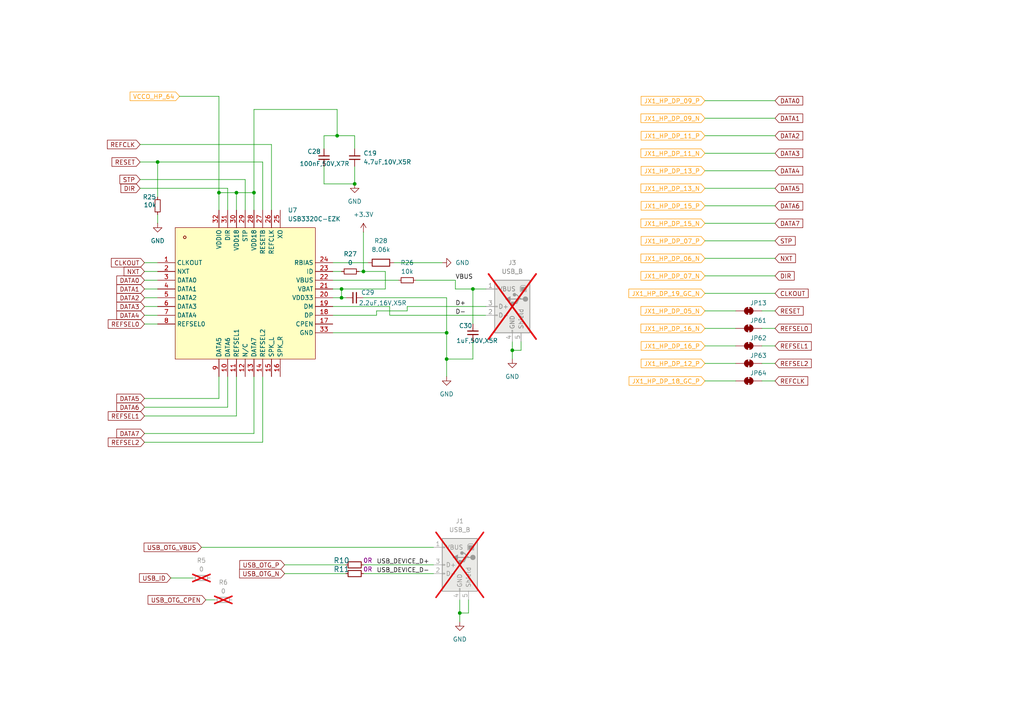
<source format=kicad_sch>
(kicad_sch (version 20231120) (generator "eeschema") (generator_version "8.0")
  (paper "A4")
  (lib_symbols
    (symbol "Connector:USB_B" (pin_names (offset 1.016))
      (property "Reference" "J" (at -5.08 11.43 0))
      (property "Value" "USB_B" (at -5.08 8.89 0))
      (symbol "USB_B_0_1"
        (rectangle (start -5.08 -7.62) (end 5.08 7.62) (stroke (width 0.254)) (fill (type background)))
        (circle (center -3.81 2.159) (radius 0.635) (stroke (width 0.254)) (fill (type outline)))
        (rectangle (start -3.81 5.588) (end -2.54 4.572) (fill (type outline)))
        (circle (center -0.635 3.429) (radius 0.381) (stroke (width 0.254)) (fill (type outline)))
        (rectangle (start -0.127 -7.62) (end 0.127 -6.858))
        (polyline (pts (xy -1.905 2.159) (xy 0.635 2.159)) (stroke (width 0.254)))
        (polyline (pts (xy -3.175 2.159) (xy -2.54 2.159) (xy -1.27 3.429) (xy -0.635 3.429)) (stroke (width 0.254)))
        (polyline (pts (xy -2.54 2.159) (xy -1.905 2.159) (xy -1.27 0.889) (xy 0 0.889)) (stroke (width 0.254)))
        (polyline (pts (xy 0.635 2.794) (xy 0.635 1.524) (xy 1.905 2.159) (xy 0.635 2.794)) (stroke (width 0.254)) (fill (type outline)))
        (polyline (pts (xy -4.064 4.318) (xy -2.286 4.318) (xy -2.286 5.715) (xy -2.667 6.096) (xy -3.683 6.096) (xy -4.064 5.715) (xy -4.064 4.318)))
        (rectangle (start 0.254 1.27) (end -0.508 0.508) (stroke (width 0.254)) (fill (type outline)))
        (rectangle (start 5.08 -2.667) (end 4.318 -2.413))
        (rectangle (start 5.08 -0.127) (end 4.318 0.127))
        (rectangle (start 5.08 4.953) (end 4.318 5.207))
      )
      (symbol "USB_B_1_1"
        (pin power_out line (at 7.62 5.08 180) (length 2.54) (name "VBUS") (number "1"))
        (pin bidirectional line (at 7.62 -2.54 180) (length 2.54) (name "D-") (number "2"))
        (pin bidirectional line (at 7.62 0 180) (length 2.54) (name "D+") (number "3"))
        (pin power_out line (at 0 -10.16 90) (length 2.54) (name "GND") (number "4"))
        (pin passive line (at -2.54 -10.16 90) (length 2.54) (name "Shield") (number "5"))
      )
    )
    (symbol "Device:R" (pin_numbers hide) (pin_names (offset 0))
      (property "Reference" "R" (at 2.032 0 90))
      (property "Value" "R" (at 0 0 90))
      (symbol "R_0_1"
        (rectangle (start -1.016 -2.54) (end 1.016 2.54) (stroke (width 0.254)))
      )
      (symbol "R_1_1"
        (pin passive line (at 0 3.81 270) (length 1.27) (name "~") (number "1"))
        (pin passive line (at 0 -3.81 90) (length 1.27) (name "~") (number "2"))
      )
    )
    (symbol "Jumper:SolderJumper_2_Bridged" (pin_numbers hide) (pin_names (offset 0) hide) (exclude_from_sim yes) (in_bom no)
      (property "Reference" "JP" (at 0 2.032 0))
      (property "Value" "SolderJumper_2_Bridged" (at 0 -2.54 0))
      (symbol "SolderJumper_2_Bridged_0_1"
        (rectangle (start -0.508 0.508) (end 0.508 -0.508) (fill (type outline)))
        (arc (start -0.254 1.016) (mid -1.2656 0) (end -0.254 -1.016))
        (arc (start -0.254 1.016) (mid -1.2656 0) (end -0.254 -1.016) (fill (type outline)))
        (polyline (pts (xy -0.254 1.016) (xy -0.254 -1.016)))
        (polyline (pts (xy 0.254 1.016) (xy 0.254 -1.016)))
        (arc (start 0.254 -1.016) (mid 1.2656 0) (end 0.254 1.016))
        (arc (start 0.254 -1.016) (mid 1.2656 0) (end 0.254 1.016) (fill (type outline)))
      )
      (symbol "SolderJumper_2_Bridged_1_1"
        (pin passive line (at -3.81 0 0) (length 2.54) (name "A") (number "1"))
        (pin passive line (at 3.81 0 180) (length 2.54) (name "B") (number "2"))
      )
    )
    (symbol "antmicroResistors0402:R_0R_0402" (pin_numbers hide) (pin_names hide)
      (property "Reference" "R" (at 20.32 -5.08 0))
      (property "Val" "0R" (at 20.32 -7.62 0))
      (symbol "R_0R_0402_0_1"
        (rectangle (start 0.635 0.889) (end 4.445 -0.889) (stroke (width 0.254)))
      )
      (symbol "R_0R_0402_1_1"
        (pin passive line (at 0 0 0) (length 0.635) (name "~") (number "1"))
        (pin passive line (at 5.08 0 180) (length 0.635) (name "~") (number "2"))
      )
    )
    (symbol "jlcpcb-basic-capacitor-0402:4.7uF,10V,X5R "
      (property "Reference" "C" (at 1.71 0.508 0))
      (property "Value" "4.7uF,10V,X5R " (at 1.71 -1.016 0))
      (symbol "4.7uF,10V,X5R _0_0"
        (polyline (pts (xy -1.524 -0.508) (xy 1.524 -0.508)) (stroke (width 0.3048)))
        (polyline (pts (xy -1.524 0.508) (xy 1.524 0.508)) (stroke (width 0.3048)))
        (pin passive line (at 0 2.54 270) (length 2.032) (name "~") (number "1"))
        (pin passive line (at 0 -2.54 90) (length 2.032) (name "~") (number "2"))
      )
    )
    (symbol "jlcpcb-basic-capacitor-0603:100nF,50V,X7R "
      (property "Reference" "C" (at 1.71 0.508 0))
      (property "Value" "100nF,50V,X7R " (at 1.71 -1.016 0))
      (symbol "100nF,50V,X7R _0_0"
        (polyline (pts (xy -1.524 -0.508) (xy 1.524 -0.508)) (stroke (width 0.3048)))
        (polyline (pts (xy -1.524 0.508) (xy 1.524 0.508)) (stroke (width 0.3048)))
        (pin passive line (at 0 2.54 270) (length 2.032) (name "~") (number "1"))
        (pin passive line (at 0 -2.54 90) (length 2.032) (name "~") (number "2"))
      )
    )
    (symbol "jlcpcb-basic-capacitor-0603:1uF,50V,X5R "
      (property "Reference" "C" (at 1.71 0.508 0))
      (property "Value" "1uF,50V,X5R " (at 1.71 -1.016 0))
      (symbol "1uF,50V,X5R _0_0"
        (polyline (pts (xy -1.524 -0.508) (xy 1.524 -0.508)) (stroke (width 0.3048)))
        (polyline (pts (xy -1.524 0.508) (xy 1.524 0.508)) (stroke (width 0.3048)))
        (pin passive line (at 0 2.54 270) (length 2.032) (name "~") (number "1"))
        (pin passive line (at 0 -2.54 90) (length 2.032) (name "~") (number "2"))
      )
    )
    (symbol "jlcpcb-basic-capacitor-0603:2.2uF,16V,X5R "
      (property "Reference" "C" (at 1.71 0.508 0))
      (property "Value" "2.2uF,16V,X5R " (at 1.71 -1.016 0))
      (symbol "2.2uF,16V,X5R _0_0"
        (polyline (pts (xy -1.524 -0.508) (xy 1.524 -0.508)) (stroke (width 0.3048)))
        (polyline (pts (xy -1.524 0.508) (xy 1.524 0.508)) (stroke (width 0.3048)))
        (pin passive line (at 0 2.54 270) (length 2.032) (name "~") (number "1"))
        (pin passive line (at 0 -2.54 90) (length 2.032) (name "~") (number "2"))
      )
    )
    (symbol "jlcpcb-basic-resistor-0402:0"
      (property "Reference" "R" (at 0.762 0.508 0))
      (property "Value" "0" (at 0.762 -1.016 0))
      (symbol "0_0_0"
        (rectangle (start -0.762 1.778) (end 0.762 -1.778) (stroke (width 0.2032)))
        (pin passive line (at 0 2.54 270) (length 0.762) (name "~") (number "1"))
        (pin passive line (at 0 -2.54 90) (length 0.762) (name "~") (number "2"))
      )
    )
    (symbol "jlcpcb-basic-resistor-0603:10k"
      (property "Reference" "R" (at 0.762 0.508 0))
      (property "Value" "10k" (at 0.762 -1.016 0))
      (symbol "10k_0_0"
        (rectangle (start -0.762 1.778) (end 0.762 -1.778) (stroke (width 0.2032)))
        (pin passive line (at 0 2.54 270) (length 0.762) (name "~") (number "1"))
        (pin passive line (at 0 -2.54 90) (length 0.762) (name "~") (number "2"))
      )
    )
    (symbol "my_lib:USB3320C-EZK"
      (property "Reference" "U" (at 0 29.21 0))
      (property "Value" "USB3320C-EZK" (at 0 -29.21 0))
      (symbol "USB3320C-EZK_0_1"
        (rectangle (start -20.32 19.05) (end 20.32 -19.05) (fill (type background)))
        (circle (center -17.53 16.26) (radius 0.38))
        (circle (center -17.53 16.26) (radius 0.38))
        (pin unspecified line (at -25.4 8.89 0) (length 5.08) (name "CLKOUT") (number "1"))
        (pin unspecified line (at -5.08 -24.13 90) (length 5.08) (name "DATA6") (number "10"))
        (pin unspecified line (at -2.54 -24.13 90) (length 5.08) (name "REFSEL1") (number "11"))
        (pin unspecified line (at 0 -24.13 90) (length 5.08) (name "N/C") (number "12"))
        (pin unspecified line (at 2.54 -24.13 90) (length 5.08) (name "DATA7") (number "13"))
        (pin unspecified line (at 5.08 -24.13 90) (length 5.08) (name "REFSEL2") (number "14"))
        (pin unspecified line (at 7.62 -24.13 90) (length 5.08) (name "SPK_L") (number "15"))
        (pin unspecified line (at 10.16 -24.13 90) (length 5.08) (name "SPK_R") (number "16"))
        (pin unspecified line (at 25.4 -8.89 180) (length 5.08) (name "CPEN") (number "17"))
        (pin unspecified line (at 25.4 -6.35 180) (length 5.08) (name "DP") (number "18"))
        (pin unspecified line (at 25.4 -3.81 180) (length 5.08) (name "DM") (number "19"))
        (pin unspecified line (at -25.4 6.35 0) (length 5.08) (name "NXT") (number "2"))
        (pin unspecified line (at 25.4 -1.27 180) (length 5.08) (name "VDD33") (number "20"))
        (pin unspecified line (at 25.4 1.27 180) (length 5.08) (name "VBAT") (number "21"))
        (pin unspecified line (at 25.4 3.81 180) (length 5.08) (name "VBUS") (number "22"))
        (pin unspecified line (at 25.4 6.35 180) (length 5.08) (name "ID") (number "23"))
        (pin unspecified line (at 25.4 8.89 180) (length 5.08) (name "RBIAS") (number "24"))
        (pin unspecified line (at 10.16 24.13 270) (length 5.08) (name "XO") (number "25"))
        (pin unspecified line (at 7.62 24.13 270) (length 5.08) (name "REFCLK") (number "26"))
        (pin unspecified line (at 5.08 24.13 270) (length 5.08) (name "RESETB") (number "27"))
        (pin unspecified line (at 2.54 24.13 270) (length 5.08) (name "VDD18") (number "28"))
        (pin unspecified line (at 0 24.13 270) (length 5.08) (name "STP") (number "29"))
        (pin unspecified line (at -25.4 3.81 0) (length 5.08) (name "DATA0") (number "3"))
        (pin unspecified line (at -2.54 24.13 270) (length 5.08) (name "VDD18") (number "30"))
        (pin unspecified line (at -5.08 24.13 270) (length 5.08) (name "DIR") (number "31"))
        (pin unspecified line (at -7.62 24.13 270) (length 5.08) (name "VDDIO") (number "32"))
        (pin unspecified line (at 25.4 -11.43 180) (length 5.08) (name "GND") (number "33"))
        (pin unspecified line (at -25.4 1.27 0) (length 5.08) (name "DATA1") (number "4"))
        (pin unspecified line (at -25.4 -1.27 0) (length 5.08) (name "DATA2") (number "5"))
        (pin unspecified line (at -25.4 -3.81 0) (length 5.08) (name "DATA3") (number "6"))
        (pin unspecified line (at -25.4 -6.35 0) (length 5.08) (name "DATA4") (number "7"))
        (pin unspecified line (at -25.4 -8.89 0) (length 5.08) (name "REFSEL0") (number "8"))
        (pin unspecified line (at -7.62 -24.13 90) (length 5.08) (name "DATA5") (number "9"))
      )
    )
    (symbol "power:+3.3V" (power) (pin_numbers hide) (pin_names (offset 0) hide)
      (property "Value" "+3.3V" (at 0 3.556 0))
      (symbol "+3.3V_0_1"
        (polyline (pts (xy -0.762 1.27) (xy 0 2.54)))
        (polyline (pts (xy 0 0) (xy 0 2.54)))
        (polyline (pts (xy 0 2.54) (xy 0.762 1.27)))
      )
      (symbol "+3.3V_1_1"
        (pin power_in line (at 0 0 90) (length 0) (name "~") (number "1"))
      )
    )
    (symbol "power:GND" (power) (pin_numbers hide) (pin_names (offset 0) hide)
      (property "Value" "GND" (at 0 -3.81 0))
      (symbol "GND_0_1"
        (polyline (pts (xy 0 0) (xy 0 -1.27) (xy 1.27 -1.27) (xy 0 -2.54) (xy -1.27 -1.27) (xy 0 -1.27)))
      )
      (symbol "GND_1_1"
        (pin power_in line (at 0 0 270) (length 0) (name "~") (number "1"))
      )
    )
  )
  (junction (at 45.72 46.99))
  (junction (at 129.54 104.14))
  (junction (at 137.16 83.82))
  (junction (at 133.35 177.8))
  (junction (at 105.41 78.74))
  (junction (at 99.06 83.82))
  (junction (at 99.06 86.36))
  (junction (at 97.79 39.37))
  (junction (at 68.58 55.88))
  (junction (at 129.54 96.52))
  (junction (at 73.66 55.88))
  (junction (at 148.59 101.6))
  (junction (at 63.5 55.88))
  (junction (at 102.87 53.34))
  (wire (pts (xy 151.13 101.6) (xy 148.59 101.6)))
  (wire (pts (xy 41.91 91.44) (xy 45.72 91.44)))
  (wire (pts (xy 204.47 105.41) (xy 213.36 105.41)))
  (wire (pts (xy 204.47 69.85) (xy 224.79 69.85)))
  (wire (pts (xy 45.72 62.23) (xy 45.72 64.77)))
  (wire (pts (xy 52.07 27.94) (xy 63.5 27.94)))
  (wire (pts (xy 96.52 83.82) (xy 99.06 83.82)))
  (wire (pts (xy 41.91 86.36) (xy 45.72 86.36)))
  (wire (pts (xy 129.54 86.36) (xy 129.54 96.52)))
  (wire (pts (xy 45.72 46.99) (xy 45.72 57.15)))
  (wire (pts (xy 41.91 81.28) (xy 45.72 81.28)))
  (wire (pts (xy 93.98 53.34) (xy 102.87 53.34)))
  (wire (pts (xy 151.13 99.06) (xy 151.13 101.6)))
  (wire (pts (xy 140.97 91.44) (xy 113.03 91.44)))
  (wire (pts (xy 220.98 90.17) (xy 224.79 90.17)))
  (wire (pts (xy 204.47 54.61) (xy 224.79 54.61)))
  (wire (pts (xy 99.06 86.36) (xy 100.33 86.36)))
  (wire (pts (xy 132.08 83.82) (xy 132.08 81.28)))
  (wire (pts (xy 204.47 95.25) (xy 213.36 95.25)))
  (wire (pts (xy 96.52 86.36) (xy 99.06 86.36)))
  (wire (pts (xy 93.98 48.26) (xy 93.98 53.34)))
  (wire (pts (xy 49.53 167.64) (xy 55.88 167.64)))
  (wire (pts (xy 97.79 39.37) (xy 93.98 39.37)))
  (wire (pts (xy 204.47 100.33) (xy 213.36 100.33)))
  (wire (pts (xy 93.98 39.37) (xy 93.98 43.18)))
  (wire (pts (xy 148.59 99.06) (xy 148.59 101.6)))
  (wire (pts (xy 204.47 64.77) (xy 224.79 64.77)))
  (wire (pts (xy 204.47 74.93) (xy 224.79 74.93)))
  (wire (pts (xy 113.03 88.9) (xy 96.52 88.9)))
  (wire (pts (xy 204.47 49.53) (xy 224.79 49.53)))
  (wire (pts (xy 63.5 115.57) (xy 63.5 109.22)))
  (wire (pts (xy 220.98 100.33) (xy 224.79 100.33)))
  (wire (pts (xy 41.91 128.27) (xy 76.2 128.27)))
  (wire (pts (xy 40.64 52.07) (xy 71.12 52.07)))
  (wire (pts (xy 109.22 90.17) (xy 118.11 90.17)))
  (wire (pts (xy 41.91 76.2) (xy 45.72 76.2)))
  (wire (pts (xy 111.76 78.74) (xy 111.76 83.82)))
  (wire (pts (xy 133.35 173.99) (xy 133.35 177.8)))
  (wire (pts (xy 129.54 104.14) (xy 129.54 109.22)))
  (wire (pts (xy 111.76 83.82) (xy 99.06 83.82)))
  (wire (pts (xy 41.91 125.73) (xy 73.66 125.73)))
  (wire (pts (xy 78.74 41.91) (xy 78.74 60.96)))
  (wire (pts (xy 204.47 90.17) (xy 213.36 90.17)))
  (wire (pts (xy 220.98 105.41) (xy 224.79 105.41)))
  (wire (pts (xy 63.5 55.88) (xy 63.5 60.96)))
  (wire (pts (xy 99.06 83.82) (xy 99.06 86.36)))
  (wire (pts (xy 59.69 173.99) (xy 62.23 173.99)))
  (wire (pts (xy 66.04 118.11) (xy 66.04 109.22)))
  (wire (pts (xy 137.16 99.06) (xy 137.16 104.14)))
  (wire (pts (xy 113.03 91.44) (xy 113.03 88.9)))
  (wire (pts (xy 96.52 81.28) (xy 115.57 81.28)))
  (wire (pts (xy 76.2 46.99) (xy 76.2 60.96)))
  (wire (pts (xy 137.16 104.14) (xy 129.54 104.14)))
  (wire (pts (xy 73.66 31.75) (xy 97.79 31.75)))
  (wire (pts (xy 140.97 83.82) (xy 137.16 83.82)))
  (wire (pts (xy 204.47 85.09) (xy 224.79 85.09)))
  (wire (pts (xy 102.87 53.34) (xy 102.87 48.26)))
  (wire (pts (xy 40.64 54.61) (xy 66.04 54.61)))
  (wire (pts (xy 204.47 110.49) (xy 213.36 110.49)))
  (wire (pts (xy 120.65 81.28) (xy 132.08 81.28)))
  (wire (pts (xy 204.47 29.21) (xy 224.79 29.21)))
  (wire (pts (xy 102.87 43.18) (xy 102.87 39.37)))
  (wire (pts (xy 73.66 55.88) (xy 73.66 31.75)))
  (wire (pts (xy 105.41 78.74) (xy 104.14 78.74)))
  (wire (pts (xy 204.47 34.29) (xy 224.79 34.29)))
  (wire (pts (xy 41.91 93.98) (xy 45.72 93.98)))
  (wire (pts (xy 133.35 177.8) (xy 133.35 180.34)))
  (wire (pts (xy 220.98 110.49) (xy 224.79 110.49)))
  (wire (pts (xy 41.91 115.57) (xy 63.5 115.57)))
  (wire (pts (xy 63.5 55.88) (xy 68.58 55.88)))
  (wire (pts (xy 105.41 67.31) (xy 105.41 78.74)))
  (wire (pts (xy 137.16 83.82) (xy 132.08 83.82)))
  (wire (pts (xy 71.12 52.07) (xy 71.12 60.96)))
  (wire (pts (xy 58.42 158.75) (xy 125.73 158.75)))
  (wire (pts (xy 135.89 177.8) (xy 133.35 177.8)))
  (wire (pts (xy 73.66 125.73) (xy 73.66 109.22)))
  (wire (pts (xy 96.52 96.52) (xy 129.54 96.52)))
  (wire (pts (xy 220.98 95.25) (xy 224.79 95.25)))
  (wire (pts (xy 137.16 83.82) (xy 137.16 93.98)))
  (wire (pts (xy 66.04 54.61) (xy 66.04 60.96)))
  (wire (pts (xy 40.64 41.91) (xy 78.74 41.91)))
  (wire (pts (xy 204.47 80.01) (xy 224.79 80.01)))
  (wire (pts (xy 45.72 46.99) (xy 76.2 46.99)))
  (wire (pts (xy 41.91 83.82) (xy 45.72 83.82)))
  (wire (pts (xy 204.47 39.37) (xy 224.79 39.37)))
  (wire (pts (xy 96.52 78.74) (xy 99.06 78.74)))
  (wire (pts (xy 96.52 76.2) (xy 106.68 76.2)))
  (wire (pts (xy 76.2 128.27) (xy 76.2 109.22)))
  (wire (pts (xy 41.91 120.65) (xy 68.58 120.65)))
  (wire (pts (xy 68.58 120.65) (xy 68.58 109.22)))
  (wire (pts (xy 204.47 59.69) (xy 224.79 59.69)))
  (wire (pts (xy 41.91 88.9) (xy 45.72 88.9)))
  (wire (pts (xy 109.22 91.44) (xy 109.22 90.17)))
  (wire (pts (xy 148.59 101.6) (xy 148.59 104.14)))
  (wire (pts (xy 73.66 60.96) (xy 73.66 55.88)))
  (wire (pts (xy 118.11 88.9) (xy 140.97 88.9)))
  (wire (pts (xy 97.79 31.75) (xy 97.79 39.37)))
  (wire (pts (xy 114.3 76.2) (xy 128.27 76.2)))
  (wire (pts (xy 204.47 44.45) (xy 224.79 44.45)))
  (wire (pts (xy 96.52 91.44) (xy 109.22 91.44)))
  (wire (pts (xy 82.55 166.37) (xy 100.33 166.37)))
  (wire (pts (xy 135.89 173.99) (xy 135.89 177.8)))
  (wire (pts (xy 102.87 39.37) (xy 97.79 39.37)))
  (wire (pts (xy 68.58 55.88) (xy 68.58 60.96)))
  (wire (pts (xy 118.11 90.17) (xy 118.11 88.9)))
  (wire (pts (xy 105.41 166.37) (xy 125.73 166.37)))
  (wire (pts (xy 41.91 78.74) (xy 45.72 78.74)))
  (wire (pts (xy 63.5 55.88) (xy 63.5 27.94)))
  (wire (pts (xy 105.41 86.36) (xy 129.54 86.36)))
  (wire (pts (xy 105.41 163.83) (xy 125.73 163.83)))
  (wire (pts (xy 41.91 118.11) (xy 66.04 118.11)))
  (wire (pts (xy 111.76 78.74) (xy 105.41 78.74)))
  (wire (pts (xy 82.55 163.83) (xy 100.33 163.83)))
  (wire (pts (xy 68.58 55.88) (xy 73.66 55.88)))
  (wire (pts (xy 129.54 96.52) (xy 129.54 104.14)))
  (wire (pts (xy 40.64 46.99) (xy 45.72 46.99)))
  (label "D-" (at 132.08 91.44 0))
  (label "USB_DEVICE_D-" (at 109.22 166.37 0))
  (label "USB_DEVICE_D+" (at 109.22 163.83 0))
  (label "D+" (at 132.08 88.9 0))
  (label "VBUS" (at 132.08 81.28 0))
  (global_label "DATA1" (shape input) (at 224.79 34.29 0) (property "Intersheetrefs" "${INTERSHEET_REFS}" (effects (hide yes))))
  (global_label "DATA0" (shape input) (at 41.91 81.28 180) (property "Intersheetrefs" "${INTERSHEET_REFS}" (effects (hide yes))))
  (global_label "JX1_HP_DP_19_GC_N" (shape input) (at 204.47 85.09 180) (property "Intersheetrefs" "${INTERSHEET_REFS}" (effects (hide yes))))
  (global_label "JX1_HP_DP_07_P" (shape input) (at 204.47 69.85 180) (property "Intersheetrefs" "${INTERSHEET_REFS}" (effects (hide yes))))
  (global_label "JX1_HP_DP_09_N" (shape input) (at 204.47 34.29 180) (property "Intersheetrefs" "${INTERSHEET_REFS}" (effects (hide yes))))
  (global_label "JX1_HP_DP_12_P" (shape input) (at 204.47 105.41 180) (property "Intersheetrefs" "${INTERSHEET_REFS}" (effects (hide yes))))
  (global_label "DIR" (shape input) (at 224.79 80.01 0) (property "Intersheetrefs" "${INTERSHEET_REFS}" (effects (hide yes))))
  (global_label "JX1_HP_DP_16_P" (shape input) (at 204.47 100.33 180) (property "Intersheetrefs" "${INTERSHEET_REFS}" (effects (hide yes))))
  (global_label "NXT" (shape input) (at 224.79 74.93 0) (property "Intersheetrefs" "${INTERSHEET_REFS}" (effects (hide yes))))
  (global_label "USB_OTG_CPEN" (shape input) (at 59.69 173.99 180) (property "Intersheetrefs" "${INTERSHEET_REFS}" (effects (hide yes))))
  (global_label "REFSEL1" (shape input) (at 224.79 100.33 0) (property "Intersheetrefs" "${INTERSHEET_REFS}" (effects (hide yes))))
  (global_label "REFSEL0" (shape input) (at 41.91 93.98 180) (property "Intersheetrefs" "${INTERSHEET_REFS}" (effects (hide yes))))
  (global_label "DATA7" (shape input) (at 41.91 125.73 180) (property "Intersheetrefs" "${INTERSHEET_REFS}" (effects (hide yes))))
  (global_label "DATA6" (shape input) (at 224.79 59.69 0) (property "Intersheetrefs" "${INTERSHEET_REFS}" (effects (hide yes))))
  (global_label "REFSEL2" (shape input) (at 41.91 128.27 180) (property "Intersheetrefs" "${INTERSHEET_REFS}" (effects (hide yes))))
  (global_label "DATA2" (shape input) (at 224.79 39.37 0) (property "Intersheetrefs" "${INTERSHEET_REFS}" (effects (hide yes))))
  (global_label "DATA5" (shape input) (at 41.91 115.57 180) (property "Intersheetrefs" "${INTERSHEET_REFS}" (effects (hide yes))))
  (global_label "REFCLK" (shape input) (at 224.79 110.49 0) (property "Intersheetrefs" "${INTERSHEET_REFS}" (effects (hide yes))))
  (global_label "DATA2" (shape input) (at 41.91 86.36 180) (property "Intersheetrefs" "${INTERSHEET_REFS}" (effects (hide yes))))
  (global_label "JX1_HP_DP_13_N" (shape input) (at 204.47 54.61 180) (property "Intersheetrefs" "${INTERSHEET_REFS}" (effects (hide yes))))
  (global_label "DATA3" (shape input) (at 224.79 44.45 0) (property "Intersheetrefs" "${INTERSHEET_REFS}" (effects (hide yes))))
  (global_label "REFSEL2" (shape input) (at 224.79 105.41 0) (property "Intersheetrefs" "${INTERSHEET_REFS}" (effects (hide yes))))
  (global_label "USB_OTG_P" (shape input) (at 82.55 163.83 180) (property "Intersheetrefs" "${INTERSHEET_REFS}" (effects (hide yes))))
  (global_label "JX1_HP_DP_15_N" (shape input) (at 204.47 64.77 180) (property "Intersheetrefs" "${INTERSHEET_REFS}" (effects (hide yes))))
  (global_label "JX1_HP_DP_13_P" (shape input) (at 204.47 49.53 180) (property "Intersheetrefs" "${INTERSHEET_REFS}" (effects (hide yes))))
  (global_label "USB_OTG_N" (shape input) (at 82.55 166.37 180) (property "Intersheetrefs" "${INTERSHEET_REFS}" (effects (hide yes))))
  (global_label "DATA6" (shape input) (at 41.91 118.11 180) (property "Intersheetrefs" "${INTERSHEET_REFS}" (effects (hide yes))))
  (global_label "DATA7" (shape input) (at 224.79 64.77 0) (property "Intersheetrefs" "${INTERSHEET_REFS}" (effects (hide yes))))
  (global_label "USB_ID" (shape input) (at 49.53 167.64 180) (property "Intersheetrefs" "${INTERSHEET_REFS}" (effects (hide yes))))
  (global_label "DATA5" (shape input) (at 224.79 54.61 0) (property "Intersheetrefs" "${INTERSHEET_REFS}" (effects (hide yes))))
  (global_label "JX1_HP_DP_11_P" (shape input) (at 204.47 39.37 180) (property "Intersheetrefs" "${INTERSHEET_REFS}" (effects (hide yes))))
  (global_label "JX1_HP_DP_11_N" (shape input) (at 204.47 44.45 180) (property "Intersheetrefs" "${INTERSHEET_REFS}" (effects (hide yes))))
  (global_label "JX1_HP_DP_06_N" (shape input) (at 204.47 74.93 180) (property "Intersheetrefs" "${INTERSHEET_REFS}" (effects (hide yes))))
  (global_label "DATA0" (shape input) (at 224.79 29.21 0) (property "Intersheetrefs" "${INTERSHEET_REFS}" (effects (hide yes))))
  (global_label "CLKOUT" (shape input) (at 224.79 85.09 0) (property "Intersheetrefs" "${INTERSHEET_REFS}" (effects (hide yes))))
  (global_label "DIR" (shape input) (at 40.64 54.61 180) (property "Intersheetrefs" "${INTERSHEET_REFS}" (effects (hide yes))))
  (global_label "DATA3" (shape input) (at 41.91 88.9 180) (property "Intersheetrefs" "${INTERSHEET_REFS}" (effects (hide yes))))
  (global_label "JX1_HP_DP_05_N" (shape input) (at 204.47 90.17 180) (property "Intersheetrefs" "${INTERSHEET_REFS}" (effects (hide yes))))
  (global_label "DATA4" (shape input) (at 224.79 49.53 0) (property "Intersheetrefs" "${INTERSHEET_REFS}" (effects (hide yes))))
  (global_label "RESET" (shape input) (at 224.79 90.17 0) (property "Intersheetrefs" "${INTERSHEET_REFS}" (effects (hide yes))))
  (global_label "VCCO_HP_64" (shape input) (at 52.07 27.94 180) (property "Intersheetrefs" "${INTERSHEET_REFS}" (effects (hide yes))))
  (global_label "NXT" (shape input) (at 41.91 78.74 180) (property "Intersheetrefs" "${INTERSHEET_REFS}" (effects (hide yes))))
  (global_label "USB_OTG_VBUS" (shape input) (at 58.42 158.75 180) (property "Intersheetrefs" "${INTERSHEET_REFS}" (effects (hide yes))))
  (global_label "REFCLK" (shape input) (at 40.64 41.91 180) (property "Intersheetrefs" "${INTERSHEET_REFS}" (effects (hide yes))))
  (global_label "STP" (shape input) (at 224.79 69.85 0) (property "Intersheetrefs" "${INTERSHEET_REFS}" (effects (hide yes))))
  (global_label "RESET" (shape input) (at 40.64 46.99 180) (property "Intersheetrefs" "${INTERSHEET_REFS}" (effects (hide yes))))
  (global_label "JX1_HP_DP_16_N" (shape input) (at 204.47 95.25 180) (property "Intersheetrefs" "${INTERSHEET_REFS}" (effects (hide yes))))
  (global_label "JX1_HP_DP_09_P" (shape input) (at 204.47 29.21 180) (property "Intersheetrefs" "${INTERSHEET_REFS}" (effects (hide yes))))
  (global_label "JX1_HP_DP_18_GC_P" (shape input) (at 204.47 110.49 180) (property "Intersheetrefs" "${INTERSHEET_REFS}" (effects (hide yes))))
  (global_label "JX1_HP_DP_07_N" (shape input) (at 204.47 80.01 180) (property "Intersheetrefs" "${INTERSHEET_REFS}" (effects (hide yes))))
  (global_label "REFSEL0" (shape input) (at 224.79 95.25 0) (property "Intersheetrefs" "${INTERSHEET_REFS}" (effects (hide yes))))
  (global_label "CLKOUT" (shape input) (at 41.91 76.2 180) (property "Intersheetrefs" "${INTERSHEET_REFS}" (effects (hide yes))))
  (global_label "DATA4" (shape input) (at 41.91 91.44 180) (property "Intersheetrefs" "${INTERSHEET_REFS}" (effects (hide yes))))
  (global_label "STP" (shape input) (at 40.64 52.07 180) (property "Intersheetrefs" "${INTERSHEET_REFS}" (effects (hide yes))))
  (global_label "JX1_HP_DP_15_P" (shape input) (at 204.47 59.69 180) (property "Intersheetrefs" "${INTERSHEET_REFS}" (effects (hide yes))))
  (global_label "DATA1" (shape input) (at 41.91 83.82 180) (property "Intersheetrefs" "${INTERSHEET_REFS}" (effects (hide yes))))
  (global_label "REFSEL1" (shape input) (at 41.91 120.65 180) (property "Intersheetrefs" "${INTERSHEET_REFS}" (effects (hide yes))))
  (symbol (lib_id "power:GND") (at 128.27 76.2 90) (unit 1)
    (property "Reference" "#PWR034" (effects (hide yes)))
    (property "Value" "GND" (at 132.08 76.1999 90) (effects (justify right)))
    (property "Description" "Power symbol creates a global label with name \"GND\" , ground" (effects (hide yes)))
  )
  (symbol (lib_id "jlcpcb-basic-resistor-0402:0") (at 58.42 167.64 90) (unit 1) (dnp yes)
    (property "Reference" "R5" (at 58.42 162.56 90))
    (property "Value" "0" (at 58.42 165.1 90))
    (property "Footprint" "Resistor_SMD:R_0402_1005Metric" (effects (hide yes)))
    (property "Datasheet" "https://datasheet.lcsc.com/lcsc/2110251730_UNI-ROYAL-Uniroyal-Elec-0402WGF0000TCE_C17168.pdf" (effects (hide yes)))
    (property "Description" "1% 1 16W Thick Film Resistors 50V   800ppm    -55    155   0   0402 Chip Resistor - Surface Mount ROHS" (effects (hide yes)))
    (property "LCSC" "C17168" (effects (hide yes)))
    (property "MFG" "UNI-ROYAL(Uniroyal Elec)" (effects (hide yes)))
    (property "MFGPN" "0402WGF0000TCE" (effects (hide yes)))
  )
  (symbol (lib_id "jlcpcb-basic-resistor-0603:10k") (at 45.72 59.69 0) (unit 1)
    (property "Reference" "R25" (at 41.402 57.15 0) (effects (justify left)))
    (property "Value" "10k" (at 41.656 59.436 0) (effects (justify left)))
    (property "Footprint" "Resistor_SMD:R_0603_1608Metric" (effects (hide yes)))
    (property "Datasheet" "https://datasheet.lcsc.com/lcsc/2110260030_UNI-ROYAL-Uniroyal-Elec-0603WAF1002T5E_C25804.pdf" (effects (hide yes)))
    (property "Description" "1% 1 10W Thick Film Resistors 75V   100ppm    -55    155   10k   0603 Chip Resistor - Surface Mount ROHS" (effects (hide yes)))
    (property "LCSC" "C25804" (effects (hide yes)))
    (property "MFG" "UNI-ROYAL(Uniroyal Elec)" (effects (hide yes)))
    (property "MFGPN" "0603WAF1002T5E" (effects (hide yes)))
  )
  (symbol (lib_id "Jumper:SolderJumper_2_Bridged") (at 217.17 105.41 0) (unit 1) (exclude_from_sim yes) (in_bom no)
    (property "Reference" "JP63" (at 219.964 103.124 0))
    (property "Value" "SolderJumper_2_Bridged" (effects (hide yes)))
    (property "Footprint" "Jumper:SolderJumper-2_P1.3mm_Bridged_RoundedPad1.0x1.5mm" (effects (hide yes)))
    (property "Description" "Solder Jumper, 2-pole, closed/bridged" (effects (hide yes)))
  )
  (symbol (lib_id "power:GND") (at 133.35 180.34 0) (unit 1)
    (property "Reference" "#PWR014" (effects (hide yes)))
    (property "Value" "GND" (at 133.35 185.42 0))
    (property "Description" "Power symbol creates a global label with name \"GND\" , ground" (effects (hide yes)))
  )
  (symbol (lib_id "Jumper:SolderJumper_2_Bridged") (at 217.17 100.33 0) (unit 1) (exclude_from_sim yes) (in_bom no)
    (property "Reference" "JP62" (at 219.964 98.044 0))
    (property "Value" "SolderJumper_2_Bridged" (effects (hide yes)))
    (property "Footprint" "Jumper:SolderJumper-2_P1.3mm_Bridged_RoundedPad1.0x1.5mm" (effects (hide yes)))
    (property "Description" "Solder Jumper, 2-pole, closed/bridged" (effects (hide yes)))
  )
  (symbol (lib_id "power:GND") (at 148.59 104.14 0) (unit 1)
    (property "Reference" "#PWR047" (effects (hide yes)))
    (property "Value" "GND" (at 148.59 109.22 0))
    (property "Description" "Power symbol creates a global label with name \"GND\" , ground" (effects (hide yes)))
  )
  (symbol (lib_id "Jumper:SolderJumper_2_Bridged") (at 217.17 90.17 0) (unit 1) (exclude_from_sim yes) (in_bom no)
    (property "Reference" "JP13" (at 219.964 87.884 0))
    (property "Value" "SolderJumper_2_Bridged" (effects (hide yes)))
    (property "Footprint" "Jumper:SolderJumper-2_P1.3mm_Bridged_RoundedPad1.0x1.5mm" (effects (hide yes)))
    (property "Description" "Solder Jumper, 2-pole, closed/bridged" (effects (hide yes)))
  )
  (symbol (lib_id "antmicroResistors0402:R_0R_0402") (at 100.33 163.83 0) (unit 1)
    (property "Reference" "R10" (at 99.06 162.56 0) (effects (font (size 1.524 1.524))))
    (property "Value" "R_0R_0402" (effects (hide yes)))
    (property "Footprint" "Resistor_SMD:R_0402_1005Metric_Pad0.72x0.64mm_HandSolder" (effects (hide yes)))
    (property "Datasheet" "https://industrial.panasonic.com/cdbs/www-data/pdf/RDA0000/AOA0000C301.pdf" (effects (hide yes)))
    (property "Manufacturer" "Panasonic" (effects (hide yes)))
    (property "MPN" "ERJ2GE0R00X" (effects (hide yes)))
    (property "Val" "0R" (at 106.68 162.56 0))
    (property "License" "Apache-2.0" (effects (hide yes)))
    (property "Author" "Antmicro" (effects (hide yes)))
    (property "Current" "1A" (effects (hide yes)))
    (property "Public" "False" (effects (hide yes)))
  )
  (symbol (lib_id "power:+3.3V") (at 105.41 67.31 0) (unit 1)
    (property "Reference" "#PWR046" (effects (hide yes)))
    (property "Value" "+3.3V" (at 105.41 62.23 0))
    (property "Description" "Power symbol creates a global label with name \"+3.3V\"" (effects (hide yes)))
  )
  (symbol (lib_id "Connector:USB_B") (at 148.59 88.9 0) (mirror y) (unit 1) (dnp yes)
    (property "Reference" "J3" (at 148.59 76.2 0))
    (property "Value" "USB_B" (at 148.59 78.74 0))
    (property "Footprint" "Connector_USB:USB_B_OST_USB-B1HSxx_Horizontal" (effects (hide yes)))
    (property "Description" "USB Type B connector" (effects (hide yes)))
  )
  (symbol (lib_id "my_lib:USB3320C-EZK") (at 71.12 85.09 0) (unit 1)
    (property "Reference" "U7" (at 83.4741 60.96 0) (effects (justify left)))
    (property "Value" "USB3320C-EZK" (at 83.4741 63.5 0) (effects (justify left)))
    (property "Footprint" "my_lib:QFN-32_L5.0-W5.0-P0.50-BL-EP3.4" (effects (hide yes)))
    (property "Datasheet" "https://lcsc.com/product-detail/USB_USB3320C-EZK_C52447.html" (effects (hide yes)))
    (property "LCSC Part" "C52447" (effects (hide yes)))
  )
  (symbol (lib_id "power:GND") (at 129.54 109.22 0) (unit 1)
    (property "Reference" "#PWR011" (effects (hide yes)))
    (property "Value" "GND" (at 129.54 114.3 0))
    (property "Description" "Power symbol creates a global label with name \"GND\" , ground" (effects (hide yes)))
  )
  (symbol (lib_id "Device:R") (at 110.49 76.2 90) (unit 1)
    (property "Reference" "R28" (at 110.49 69.85 90))
    (property "Value" "8.06k" (at 110.49 72.39 90))
    (property "Footprint" "Resistor_SMD:R_0402_1005Metric" (effects (hide yes)))
    (property "Description" "Resistor" (effects (hide yes)))
  )
  (symbol (lib_id "Connector:USB_B") (at 133.35 163.83 0) (mirror y) (unit 1) (dnp yes)
    (property "Reference" "J1" (at 133.35 151.13 0))
    (property "Value" "USB_B" (at 133.35 153.67 0))
    (property "Footprint" "Connector_USB:USB_B_OST_USB-B1HSxx_Horizontal" (effects (hide yes)))
    (property "Description" "USB Type B connector" (effects (hide yes)))
  )
  (symbol (lib_id "Jumper:SolderJumper_2_Bridged") (at 217.17 110.49 0) (unit 1) (exclude_from_sim yes) (in_bom no)
    (property "Reference" "JP64" (at 219.964 108.204 0))
    (property "Value" "SolderJumper_2_Bridged" (effects (hide yes)))
    (property "Footprint" "Jumper:SolderJumper-2_P1.3mm_Bridged_RoundedPad1.0x1.5mm" (effects (hide yes)))
    (property "Description" "Solder Jumper, 2-pole, closed/bridged" (effects (hide yes)))
  )
  (symbol (lib_id "jlcpcb-basic-capacitor-0402:4.7uF,10V,X5R ") (at 102.87 45.72 0) (unit 1)
    (property "Reference" "C19" (at 105.41 44.4499 0) (effects (justify left)))
    (property "Value" "4.7uF,10V,X5R" (at 105.41 46.9899 0) (effects (justify left)))
    (property "Footprint" "Capacitor_SMD:C_0402_1005Metric" (effects (hide yes)))
    (property "Datasheet" "https://datasheet.lcsc.com/lcsc/1810191211_Samsung-Electro-Mechanics-CL05A475MP5NRNC_C23733.pdf" (effects (hide yes)))
    (property "Description" "10V 4 7uF X5R   20% 0402 Multilayer Ceramic Capacitors MLCC - SMD SMT ROHS" (effects (hide yes)))
    (property "LCSC" "C23733" (effects (hide yes)))
    (property "MFG" "Samsung Electro-Mechanics" (effects (hide yes)))
    (property "MFGPN" "CL05A475MP5NRNC" (effects (hide yes)))
  )
  (symbol (lib_id "jlcpcb-basic-resistor-0402:0") (at 64.77 173.99 90) (unit 1) (dnp yes)
    (property "Reference" "R6" (at 64.77 168.91 90))
    (property "Value" "0" (at 64.77 171.45 90))
    (property "Footprint" "Resistor_SMD:R_0402_1005Metric" (effects (hide yes)))
    (property "Datasheet" "https://datasheet.lcsc.com/lcsc/2110251730_UNI-ROYAL-Uniroyal-Elec-0402WGF0000TCE_C17168.pdf" (effects (hide yes)))
    (property "Description" "1% 1 16W Thick Film Resistors 50V   800ppm    -55    155   0   0402 Chip Resistor - Surface Mount ROHS" (effects (hide yes)))
    (property "LCSC" "C17168" (effects (hide yes)))
    (property "MFG" "UNI-ROYAL(Uniroyal Elec)" (effects (hide yes)))
    (property "MFGPN" "0402WGF0000TCE" (effects (hide yes)))
  )
  (symbol (lib_id "jlcpcb-basic-capacitor-0603:2.2uF,16V,X5R ") (at 102.87 86.36 90) (unit 1)
    (property "Reference" "C29" (at 106.68 84.836 90))
    (property "Value" "2.2uF,16V,X5R" (at 110.998 87.884 90))
    (property "Footprint" "Capacitor_SMD:C_0603_1608Metric" (effects (hide yes)))
    (property "Datasheet" "https://datasheet.lcsc.com/lcsc/1810271109_Samsung-Electro-Mechanics-CL10A225KO8NNNC_C23630.pdf" (effects (hide yes)))
    (property "Description" "16V 2 2uF X5R   10% 0603 Multilayer Ceramic Capacitors MLCC - SMD SMT ROHS" (effects (hide yes)))
    (property "LCSC" "C23630" (effects (hide yes)))
    (property "MFG" "Samsung Electro-Mechanics" (effects (hide yes)))
    (property "MFGPN" "CL10A225KO8NNNC" (effects (hide yes)))
  )
  (symbol (lib_id "Jumper:SolderJumper_2_Bridged") (at 217.17 95.25 0) (unit 1) (exclude_from_sim yes) (in_bom no)
    (property "Reference" "JP61" (at 219.964 92.964 0))
    (property "Value" "SolderJumper_2_Bridged" (effects (hide yes)))
    (property "Footprint" "Jumper:SolderJumper-2_P1.3mm_Bridged_RoundedPad1.0x1.5mm" (effects (hide yes)))
    (property "Description" "Solder Jumper, 2-pole, closed/bridged" (effects (hide yes)))
  )
  (symbol (lib_id "power:GND") (at 45.72 64.77 0) (unit 1)
    (property "Reference" "#PWR012" (effects (hide yes)))
    (property "Value" "GND" (at 45.72 69.85 0))
    (property "Description" "Power symbol creates a global label with name \"GND\" , ground" (effects (hide yes)))
  )
  (symbol (lib_id "jlcpcb-basic-capacitor-0603:100nF,50V,X7R ") (at 93.98 45.72 0) (unit 1)
    (property "Reference" "C28" (at 89.154 43.942 0) (effects (justify left)))
    (property "Value" "100nF,50V,X7R" (at 86.868 47.498 0) (effects (justify left)))
    (property "Footprint" "Capacitor_SMD:C_0603_1608Metric" (effects (hide yes)))
    (property "Datasheet" "https://datasheet.lcsc.com/lcsc/1809301912_YAGEO-CC0603KRX7R9BB104_C14663.pdf" (effects (hide yes)))
    (property "Description" "50V 100nF X7R   10% 0603 Multilayer Ceramic Capacitors MLCC - SMD SMT ROHS" (effects (hide yes)))
    (property "LCSC" "C14663" (effects (hide yes)))
    (property "MFG" "YAGEO" (effects (hide yes)))
    (property "MFGPN" "CC0603KRX7R9BB104" (effects (hide yes)))
  )
  (symbol (lib_id "power:GND") (at 102.87 53.34 0) (unit 1)
    (property "Reference" "#PWR010" (effects (hide yes)))
    (property "Value" "GND" (at 102.87 58.42 0))
    (property "Description" "Power symbol creates a global label with name \"GND\" , ground" (effects (hide yes)))
  )
  (symbol (lib_id "jlcpcb-basic-capacitor-0603:1uF,50V,X5R ") (at 137.16 96.52 0) (unit 1)
    (property "Reference" "C30" (at 133.096 94.488 0) (effects (justify left)))
    (property "Value" "1uF,50V,X5R" (at 132.334 98.806 0) (effects (justify left)))
    (property "Footprint" "Capacitor_SMD:C_0603_1608Metric" (effects (hide yes)))
    (property "Datasheet" "https://datasheet.lcsc.com/lcsc/1810261812_Samsung-Electro-Mechanics-CL10A105KB8NNNC_C15849.pdf" (effects (hide yes)))
    (property "Description" "50V 1uF X5R   10% 0603 Multilayer Ceramic Capacitors MLCC - SMD SMT ROHS" (effects (hide yes)))
    (property "LCSC" "C15849" (effects (hide yes)))
    (property "MFG" "Samsung Electro-Mechanics" (effects (hide yes)))
    (property "MFGPN" "CL10A105KB8NNNC" (effects (hide yes)))
  )
  (symbol (lib_id "jlcpcb-basic-resistor-0402:0") (at 101.6 78.74 90) (unit 1)
    (property "Reference" "R27" (at 101.6 73.66 90))
    (property "Value" "0" (at 101.6 76.2 90))
    (property "Footprint" "Resistor_SMD:R_0402_1005Metric" (effects (hide yes)))
    (property "Datasheet" "https://datasheet.lcsc.com/lcsc/2110251730_UNI-ROYAL-Uniroyal-Elec-0402WGF0000TCE_C17168.pdf" (effects (hide yes)))
    (property "Description" "1% 1 16W Thick Film Resistors 50V   800ppm    -55    155   0   0402 Chip Resistor - Surface Mount ROHS" (effects (hide yes)))
    (property "LCSC" "C17168" (effects (hide yes)))
    (property "MFG" "UNI-ROYAL(Uniroyal Elec)" (effects (hide yes)))
    (property "MFGPN" "0402WGF0000TCE" (effects (hide yes)))
  )
  (symbol (lib_id "antmicroResistors0402:R_0R_0402") (at 100.33 166.37 0) (unit 1)
    (property "Reference" "R11" (at 99.06 165.1 0) (effects (font (size 1.524 1.524))))
    (property "Value" "R_0R_0402" (effects (hide yes)))
    (property "Footprint" "Resistor_SMD:R_0402_1005Metric_Pad0.72x0.64mm_HandSolder" (effects (hide yes)))
    (property "Datasheet" "https://industrial.panasonic.com/cdbs/www-data/pdf/RDA0000/AOA0000C301.pdf" (effects (hide yes)))
    (property "Manufacturer" "Panasonic" (effects (hide yes)))
    (property "MPN" "ERJ2GE0R00X" (effects (hide yes)))
    (property "Val" "0R" (at 106.68 165.1 0))
    (property "License" "Apache-2.0" (effects (hide yes)))
    (property "Author" "Antmicro" (effects (hide yes)))
    (property "Current" "1A" (effects (hide yes)))
    (property "Public" "False" (effects (hide yes)))
  )
  (symbol (lib_id "jlcpcb-basic-resistor-0603:10k") (at 118.11 81.28 270) (unit 1)
    (property "Reference" "R26" (at 118.11 76.2 90))
    (property "Value" "10k" (at 118.11 78.74 90))
    (property "Footprint" "Resistor_SMD:R_0603_1608Metric" (effects (hide yes)))
    (property "Datasheet" "https://datasheet.lcsc.com/lcsc/2110260030_UNI-ROYAL-Uniroyal-Elec-0603WAF1002T5E_C25804.pdf" (effects (hide yes)))
    (property "Description" "1% 1 10W Thick Film Resistors 75V   100ppm    -55    155   10k   0603 Chip Resistor - Surface Mount ROHS" (effects (hide yes)))
    (property "LCSC" "C25804" (effects (hide yes)))
    (property "MFG" "UNI-ROYAL(Uniroyal Elec)" (effects (hide yes)))
    (property "MFGPN" "0603WAF1002T5E" (effects (hide yes)))
  )
)
</source>
